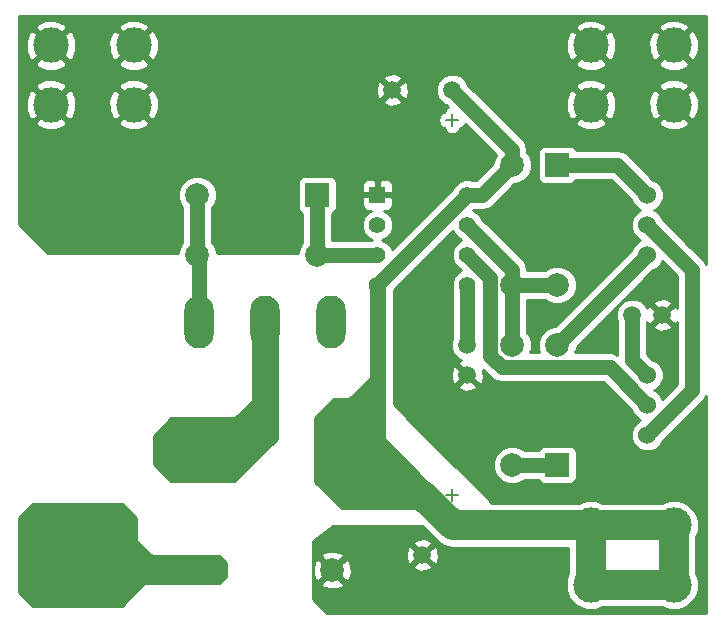
<source format=gbr>
G04 #@! TF.FileFunction,Copper,L1,Top,Signal*
%FSLAX46Y46*%
G04 Gerber Fmt 4.6, Leading zero omitted, Abs format (unit mm)*
G04 Created by KiCad (PCBNEW 0.201502181246+5430~21~ubuntu14.04.1-product) date Sat 28 Feb 2015 09:09:28 PM PST*
%MOMM*%
G01*
G04 APERTURE LIST*
%ADD10C,0.100000*%
%ADD11C,0.150000*%
%ADD12C,1.501140*%
%ADD13C,1.998980*%
%ADD14R,1.998980X1.998980*%
%ADD15R,2.900680X5.400040*%
%ADD16R,1.397000X1.397000*%
%ADD17C,1.397000*%
%ADD18C,3.000000*%
%ADD19C,1.524000*%
%ADD20O,2.499360X4.500880*%
%ADD21C,1.270000*%
%ADD22C,2.540000*%
%ADD23C,0.254000*%
G04 APERTURE END LIST*
D10*
D11*
X118618000Y-62230000D02*
X117602000Y-62230000D01*
X118110000Y-62738000D02*
X118110000Y-61722000D01*
X118110000Y-93472000D02*
X118110000Y-94488000D01*
X118618000Y-93980000D02*
X117602000Y-93980000D01*
D12*
X113030000Y-59690000D03*
X118110000Y-59690000D03*
X133350000Y-78740000D03*
X135890000Y-78740000D03*
X115570000Y-99060000D03*
X115570000Y-93980000D03*
X119380000Y-81280000D03*
X119380000Y-83820000D03*
D13*
X127000000Y-76200000D03*
D14*
X127000000Y-66040000D03*
D13*
X127000000Y-81280000D03*
D14*
X127000000Y-91440000D03*
D13*
X96520000Y-68580000D03*
D14*
X106680000Y-68580000D03*
D13*
X93980000Y-90170000D03*
D14*
X93980000Y-100330000D03*
D15*
X107871260Y-90170000D03*
X97868740Y-90170000D03*
D13*
X123190000Y-66040000D03*
X123190000Y-76200000D03*
X123190000Y-81280000D03*
X123190000Y-91440000D03*
X96520000Y-73660000D03*
X106680000Y-73660000D03*
D16*
X111760000Y-68580000D03*
D17*
X111760000Y-71120000D03*
X111760000Y-73660000D03*
X111760000Y-76200000D03*
X119380000Y-76200000D03*
X119380000Y-73660000D03*
X119380000Y-71120000D03*
X119380000Y-68580000D03*
D13*
X97790000Y-100330000D03*
X107950000Y-100330000D03*
D18*
X136855000Y-96560000D03*
X136855000Y-101560000D03*
X129845000Y-101560000D03*
X129845000Y-96560000D03*
X136855000Y-55920000D03*
X136855000Y-60920000D03*
X129845000Y-60920000D03*
X129845000Y-55920000D03*
X89865000Y-96560000D03*
X89865000Y-101560000D03*
X82855000Y-101560000D03*
X82855000Y-96560000D03*
X91135000Y-55920000D03*
X91135000Y-60920000D03*
X84125000Y-60920000D03*
X84125000Y-55920000D03*
D19*
X134620000Y-73660000D03*
X134620000Y-71120000D03*
X134620000Y-68580000D03*
X134620000Y-88900000D03*
X134620000Y-86360000D03*
X134620000Y-83820000D03*
D20*
X102235000Y-79375000D03*
X96647000Y-79375000D03*
X107823000Y-79375000D03*
D21*
X123190000Y-66040000D02*
X123190000Y-64770000D01*
X123190000Y-64770000D02*
X118110000Y-59690000D01*
D22*
X118150000Y-96560000D02*
X129845000Y-96560000D01*
X115570000Y-93980000D02*
X118150000Y-96560000D01*
X129845000Y-96560000D02*
X136855000Y-96560000D01*
X136855000Y-101560000D02*
X136855000Y-96560000D01*
X129845000Y-101560000D02*
X136855000Y-101560000D01*
X129845000Y-101560000D02*
X129845000Y-96560000D01*
D21*
X120650000Y-68580000D02*
X123190000Y-66040000D01*
X119380000Y-68580000D02*
X120650000Y-68580000D01*
X111760000Y-76200000D02*
X119380000Y-68580000D01*
X133350000Y-78740000D02*
X133350000Y-82550000D01*
X133350000Y-82550000D02*
X134620000Y-83820000D01*
X119380000Y-81280000D02*
X119380000Y-76200000D01*
X119380000Y-71120000D02*
X123190000Y-74930000D01*
X123190000Y-74930000D02*
X123190000Y-76200000D01*
X123190000Y-76200000D02*
X127000000Y-76200000D01*
X123190000Y-81280000D02*
X123190000Y-76200000D01*
X127000000Y-66040000D02*
X132080000Y-66040000D01*
X132080000Y-66040000D02*
X134620000Y-68580000D01*
X127000000Y-81280000D02*
X134620000Y-73660000D01*
X127000000Y-91440000D02*
X123190000Y-91440000D01*
X106680000Y-68580000D02*
X106680000Y-73660000D01*
X106680000Y-73660000D02*
X111760000Y-73660000D01*
X134620000Y-71120000D02*
X138430000Y-74930000D01*
X138430000Y-74930000D02*
X138430000Y-85090000D01*
X138430000Y-85090000D02*
X134620000Y-88900000D01*
X134620000Y-86360000D02*
X131428491Y-83168491D01*
X131428491Y-83168491D02*
X122283523Y-83168491D01*
X121301509Y-75581509D02*
X119380000Y-73660000D01*
X122283523Y-83168491D02*
X121301509Y-82186477D01*
X121301509Y-82186477D02*
X121301509Y-75581509D01*
X96647000Y-73787000D02*
X96520000Y-73660000D01*
X96647000Y-79375000D02*
X96647000Y-73787000D01*
X96520000Y-68580000D02*
X96520000Y-73660000D01*
D23*
G36*
X137160000Y-84563948D02*
X136682325Y-85041622D01*
X136682325Y-79711930D01*
X135890000Y-78919605D01*
X135097675Y-79711930D01*
X135165735Y-79952931D01*
X135685034Y-80137767D01*
X136235538Y-80109805D01*
X136614265Y-79952931D01*
X136682325Y-79711930D01*
X136682325Y-85041622D01*
X135907121Y-85816826D01*
X135805010Y-85569697D01*
X135412370Y-85176371D01*
X135204487Y-85090050D01*
X135410303Y-85005010D01*
X135803629Y-84612370D01*
X136016757Y-84099100D01*
X136017242Y-83543339D01*
X135805010Y-83029697D01*
X135412370Y-82636371D01*
X135104643Y-82508591D01*
X134620000Y-82023948D01*
X134620000Y-79326488D01*
X134677069Y-79464265D01*
X134918070Y-79532325D01*
X135710395Y-78740000D01*
X134918070Y-77947675D01*
X134677069Y-78015735D01*
X134618231Y-78181040D01*
X134525314Y-77956163D01*
X134135887Y-77566056D01*
X133626816Y-77354671D01*
X133075602Y-77354190D01*
X132566163Y-77564686D01*
X132176056Y-77954113D01*
X131964671Y-78463184D01*
X131964190Y-79014398D01*
X132080000Y-79294679D01*
X132080000Y-82105747D01*
X131914499Y-81995164D01*
X131428491Y-81898490D01*
X131428485Y-81898491D01*
X128512980Y-81898491D01*
X128634206Y-81606547D01*
X128634349Y-81441701D01*
X135104817Y-74971233D01*
X135410303Y-74845010D01*
X135803629Y-74452370D01*
X135907109Y-74203160D01*
X137160000Y-75456051D01*
X137160000Y-78153511D01*
X137102931Y-78015735D01*
X136861930Y-77947675D01*
X136682325Y-78127280D01*
X136682325Y-77768070D01*
X136614265Y-77527069D01*
X136094966Y-77342233D01*
X135544462Y-77370195D01*
X135165735Y-77527069D01*
X135097675Y-77768070D01*
X135890000Y-78560395D01*
X136682325Y-77768070D01*
X136682325Y-78127280D01*
X136069605Y-78740000D01*
X136861930Y-79532325D01*
X137102931Y-79464265D01*
X137160000Y-79303928D01*
X137160000Y-84563948D01*
X137160000Y-84563948D01*
G37*
X137160000Y-84563948D02*
X136682325Y-85041622D01*
X136682325Y-79711930D01*
X135890000Y-78919605D01*
X135097675Y-79711930D01*
X135165735Y-79952931D01*
X135685034Y-80137767D01*
X136235538Y-80109805D01*
X136614265Y-79952931D01*
X136682325Y-79711930D01*
X136682325Y-85041622D01*
X135907121Y-85816826D01*
X135805010Y-85569697D01*
X135412370Y-85176371D01*
X135204487Y-85090050D01*
X135410303Y-85005010D01*
X135803629Y-84612370D01*
X136016757Y-84099100D01*
X136017242Y-83543339D01*
X135805010Y-83029697D01*
X135412370Y-82636371D01*
X135104643Y-82508591D01*
X134620000Y-82023948D01*
X134620000Y-79326488D01*
X134677069Y-79464265D01*
X134918070Y-79532325D01*
X135710395Y-78740000D01*
X134918070Y-77947675D01*
X134677069Y-78015735D01*
X134618231Y-78181040D01*
X134525314Y-77956163D01*
X134135887Y-77566056D01*
X133626816Y-77354671D01*
X133075602Y-77354190D01*
X132566163Y-77564686D01*
X132176056Y-77954113D01*
X131964671Y-78463184D01*
X131964190Y-79014398D01*
X132080000Y-79294679D01*
X132080000Y-82105747D01*
X131914499Y-81995164D01*
X131428491Y-81898490D01*
X131428485Y-81898491D01*
X128512980Y-81898491D01*
X128634206Y-81606547D01*
X128634349Y-81441701D01*
X135104817Y-74971233D01*
X135410303Y-74845010D01*
X135803629Y-74452370D01*
X135907109Y-74203160D01*
X137160000Y-75456051D01*
X137160000Y-78153511D01*
X137102931Y-78015735D01*
X136861930Y-77947675D01*
X136682325Y-78127280D01*
X136682325Y-77768070D01*
X136614265Y-77527069D01*
X136094966Y-77342233D01*
X135544462Y-77370195D01*
X135165735Y-77527069D01*
X135097675Y-77768070D01*
X135890000Y-78560395D01*
X136682325Y-77768070D01*
X136682325Y-78127280D01*
X136069605Y-78740000D01*
X136861930Y-79532325D01*
X137102931Y-79464265D01*
X137160000Y-79303928D01*
X137160000Y-84563948D01*
G36*
X139573000Y-74398604D02*
X139328026Y-74031975D01*
X139328026Y-74031974D01*
X139328022Y-74031971D01*
X138997723Y-73701671D01*
X138997723Y-61303813D01*
X138997723Y-56303813D01*
X138981497Y-55454613D01*
X138687739Y-54745418D01*
X138368970Y-54585635D01*
X138189365Y-54765240D01*
X138189365Y-54406030D01*
X138029582Y-54087261D01*
X137238813Y-53777277D01*
X136389613Y-53793503D01*
X135680418Y-54087261D01*
X135520635Y-54406030D01*
X136855000Y-55740395D01*
X138189365Y-54406030D01*
X138189365Y-54765240D01*
X137034605Y-55920000D01*
X138368970Y-57254365D01*
X138687739Y-57094582D01*
X138997723Y-56303813D01*
X138997723Y-61303813D01*
X138981497Y-60454613D01*
X138687739Y-59745418D01*
X138368970Y-59585635D01*
X138189365Y-59765240D01*
X138189365Y-59406030D01*
X138189365Y-57433970D01*
X136855000Y-56099605D01*
X136675395Y-56279210D01*
X136675395Y-55920000D01*
X135341030Y-54585635D01*
X135022261Y-54745418D01*
X134712277Y-55536187D01*
X134728503Y-56385387D01*
X135022261Y-57094582D01*
X135341030Y-57254365D01*
X136675395Y-55920000D01*
X136675395Y-56279210D01*
X135520635Y-57433970D01*
X135680418Y-57752739D01*
X136471187Y-58062723D01*
X137320387Y-58046497D01*
X138029582Y-57752739D01*
X138189365Y-57433970D01*
X138189365Y-59406030D01*
X138029582Y-59087261D01*
X137238813Y-58777277D01*
X136389613Y-58793503D01*
X135680418Y-59087261D01*
X135520635Y-59406030D01*
X136855000Y-60740395D01*
X138189365Y-59406030D01*
X138189365Y-59765240D01*
X137034605Y-60920000D01*
X138368970Y-62254365D01*
X138687739Y-62094582D01*
X138997723Y-61303813D01*
X138997723Y-73701671D01*
X138189365Y-72893313D01*
X138189365Y-62433970D01*
X136855000Y-61099605D01*
X136675395Y-61279210D01*
X136675395Y-60920000D01*
X135341030Y-59585635D01*
X135022261Y-59745418D01*
X134712277Y-60536187D01*
X134728503Y-61385387D01*
X135022261Y-62094582D01*
X135341030Y-62254365D01*
X136675395Y-60920000D01*
X136675395Y-61279210D01*
X135520635Y-62433970D01*
X135680418Y-62752739D01*
X136471187Y-63062723D01*
X137320387Y-63046497D01*
X138029582Y-62752739D01*
X138189365Y-62433970D01*
X138189365Y-72893313D01*
X135931233Y-70635181D01*
X135805010Y-70329697D01*
X135412370Y-69936371D01*
X135204487Y-69850050D01*
X135410303Y-69765010D01*
X135803629Y-69372370D01*
X136016757Y-68859100D01*
X136017242Y-68303339D01*
X135805010Y-67789697D01*
X135412370Y-67396371D01*
X135104642Y-67268591D01*
X132978026Y-65141974D01*
X132566008Y-64866673D01*
X132080000Y-64769999D01*
X132079994Y-64770000D01*
X131987723Y-64770000D01*
X131987723Y-61303813D01*
X131987723Y-56303813D01*
X131971497Y-55454613D01*
X131677739Y-54745418D01*
X131358970Y-54585635D01*
X131179365Y-54765240D01*
X131179365Y-54406030D01*
X131019582Y-54087261D01*
X130228813Y-53777277D01*
X129379613Y-53793503D01*
X128670418Y-54087261D01*
X128510635Y-54406030D01*
X129845000Y-55740395D01*
X131179365Y-54406030D01*
X131179365Y-54765240D01*
X130024605Y-55920000D01*
X131358970Y-57254365D01*
X131677739Y-57094582D01*
X131987723Y-56303813D01*
X131987723Y-61303813D01*
X131971497Y-60454613D01*
X131677739Y-59745418D01*
X131358970Y-59585635D01*
X131179365Y-59765240D01*
X131179365Y-59406030D01*
X131179365Y-57433970D01*
X129845000Y-56099605D01*
X129665395Y-56279210D01*
X129665395Y-55920000D01*
X128331030Y-54585635D01*
X128012261Y-54745418D01*
X127702277Y-55536187D01*
X127718503Y-56385387D01*
X128012261Y-57094582D01*
X128331030Y-57254365D01*
X129665395Y-55920000D01*
X129665395Y-56279210D01*
X128510635Y-57433970D01*
X128670418Y-57752739D01*
X129461187Y-58062723D01*
X130310387Y-58046497D01*
X131019582Y-57752739D01*
X131179365Y-57433970D01*
X131179365Y-59406030D01*
X131019582Y-59087261D01*
X130228813Y-58777277D01*
X129379613Y-58793503D01*
X128670418Y-59087261D01*
X128510635Y-59406030D01*
X129845000Y-60740395D01*
X131179365Y-59406030D01*
X131179365Y-59765240D01*
X130024605Y-60920000D01*
X131358970Y-62254365D01*
X131677739Y-62094582D01*
X131987723Y-61303813D01*
X131987723Y-64770000D01*
X131179365Y-64770000D01*
X131179365Y-62433970D01*
X129845000Y-61099605D01*
X129665395Y-61279210D01*
X129665395Y-60920000D01*
X128331030Y-59585635D01*
X128012261Y-59745418D01*
X127702277Y-60536187D01*
X127718503Y-61385387D01*
X128012261Y-62094582D01*
X128331030Y-62254365D01*
X129665395Y-60920000D01*
X129665395Y-61279210D01*
X128510635Y-62433970D01*
X128670418Y-62752739D01*
X129461187Y-63062723D01*
X130310387Y-63046497D01*
X131019582Y-62752739D01*
X131179365Y-62433970D01*
X131179365Y-64770000D01*
X128581305Y-64770000D01*
X128460163Y-64585583D01*
X128249130Y-64443133D01*
X127999490Y-64393070D01*
X126000510Y-64393070D01*
X125758387Y-64440047D01*
X125545583Y-64579837D01*
X125403133Y-64790870D01*
X125353070Y-65040510D01*
X125353070Y-67039490D01*
X125400047Y-67281613D01*
X125539837Y-67494417D01*
X125750870Y-67636867D01*
X126000510Y-67686930D01*
X127999490Y-67686930D01*
X128241613Y-67639953D01*
X128454417Y-67500163D01*
X128582779Y-67310000D01*
X131553948Y-67310000D01*
X133308766Y-69064817D01*
X133434990Y-69370303D01*
X133827630Y-69763629D01*
X134035512Y-69849949D01*
X133829697Y-69934990D01*
X133436371Y-70327630D01*
X133223243Y-70840900D01*
X133222758Y-71396661D01*
X133434990Y-71910303D01*
X133827630Y-72303629D01*
X134035512Y-72389949D01*
X133829697Y-72474990D01*
X133436371Y-72867630D01*
X133308591Y-73175357D01*
X126838580Y-79645367D01*
X126676306Y-79645226D01*
X126075345Y-79893538D01*
X125615154Y-80352927D01*
X125365794Y-80953453D01*
X125365226Y-81603694D01*
X125487033Y-81898491D01*
X124702980Y-81898491D01*
X124824206Y-81606547D01*
X124824774Y-80956306D01*
X124576462Y-80355345D01*
X124460000Y-80238679D01*
X124460000Y-77470000D01*
X125958281Y-77470000D01*
X126072927Y-77584846D01*
X126673453Y-77834206D01*
X127323694Y-77834774D01*
X127924655Y-77586462D01*
X128384846Y-77127073D01*
X128634206Y-76526547D01*
X128634774Y-75876306D01*
X128386462Y-75275345D01*
X127927073Y-74815154D01*
X127326547Y-74565794D01*
X126676306Y-74565226D01*
X126075345Y-74813538D01*
X125958679Y-74930000D01*
X124460001Y-74930000D01*
X124363327Y-74443992D01*
X124088026Y-74031975D01*
X124088026Y-74031974D01*
X124088022Y-74031971D01*
X120574147Y-70518095D01*
X120511146Y-70365620D01*
X120136353Y-69990173D01*
X119874577Y-69881474D01*
X119906051Y-69850000D01*
X120649994Y-69850000D01*
X120650000Y-69850001D01*
X120650000Y-69850000D01*
X121136008Y-69753327D01*
X121548026Y-69478026D01*
X123351419Y-67674632D01*
X123513694Y-67674774D01*
X124114655Y-67426462D01*
X124574846Y-66967073D01*
X124824206Y-66366547D01*
X124824774Y-65716306D01*
X124576462Y-65115345D01*
X124460000Y-64998679D01*
X124460000Y-64770005D01*
X124460000Y-64770000D01*
X124460001Y-64770000D01*
X124363327Y-64283992D01*
X124088026Y-63871974D01*
X119400157Y-59184105D01*
X119285314Y-58906163D01*
X118895887Y-58516056D01*
X118386816Y-58304671D01*
X117835602Y-58304190D01*
X117326163Y-58514686D01*
X116936056Y-58904113D01*
X116724671Y-59413184D01*
X116724190Y-59964398D01*
X116934686Y-60473837D01*
X117324113Y-60863944D01*
X117604190Y-60980242D01*
X117749394Y-61125446D01*
X117607954Y-61219954D01*
X117454046Y-61450295D01*
X117433514Y-61553514D01*
X117330295Y-61574046D01*
X117099954Y-61727954D01*
X116946046Y-61958295D01*
X116892000Y-62230000D01*
X116946046Y-62501705D01*
X117099954Y-62732046D01*
X117330295Y-62885954D01*
X117433514Y-62906485D01*
X117454046Y-63009705D01*
X117607954Y-63240046D01*
X117838295Y-63393954D01*
X118110000Y-63448000D01*
X118381705Y-63393954D01*
X118612046Y-63240046D01*
X118765954Y-63009705D01*
X118786485Y-62906485D01*
X118889705Y-62885954D01*
X119120046Y-62732046D01*
X119214553Y-62590605D01*
X121785120Y-65161172D01*
X121555794Y-65713453D01*
X121555650Y-65878298D01*
X120123948Y-67310000D01*
X119798779Y-67310000D01*
X119646413Y-67246732D01*
X119115914Y-67246269D01*
X118625620Y-67448854D01*
X118250173Y-67823647D01*
X118186173Y-67977775D01*
X114427767Y-71736180D01*
X114427767Y-59894966D01*
X114399805Y-59344462D01*
X114242931Y-58965735D01*
X114001930Y-58897675D01*
X113822325Y-59077280D01*
X113822325Y-58718070D01*
X113754265Y-58477069D01*
X113234966Y-58292233D01*
X112684462Y-58320195D01*
X112305735Y-58477069D01*
X112237675Y-58718070D01*
X113030000Y-59510395D01*
X113822325Y-58718070D01*
X113822325Y-59077280D01*
X113209605Y-59690000D01*
X114001930Y-60482325D01*
X114242931Y-60414265D01*
X114427767Y-59894966D01*
X114427767Y-71736180D01*
X113822325Y-72341622D01*
X113822325Y-60661930D01*
X113030000Y-59869605D01*
X112850395Y-60049210D01*
X112850395Y-59690000D01*
X112058070Y-58897675D01*
X111817069Y-58965735D01*
X111632233Y-59485034D01*
X111660195Y-60035538D01*
X111817069Y-60414265D01*
X112058070Y-60482325D01*
X112850395Y-59690000D01*
X112850395Y-60049210D01*
X112237675Y-60661930D01*
X112305735Y-60902931D01*
X112825034Y-61087767D01*
X113375538Y-61059805D01*
X113754265Y-60902931D01*
X113822325Y-60661930D01*
X113822325Y-72341622D01*
X112998503Y-73165444D01*
X112891146Y-72905620D01*
X112516353Y-72530173D01*
X112178553Y-72389906D01*
X112514380Y-72251146D01*
X112889827Y-71876353D01*
X113093268Y-71386413D01*
X113093731Y-70855914D01*
X112891146Y-70365620D01*
X112516353Y-69990173D01*
X112331704Y-69913500D01*
X112332191Y-69913500D01*
X112584810Y-69913500D01*
X112818199Y-69816827D01*
X112996827Y-69638198D01*
X113093500Y-69404809D01*
X113093500Y-68865750D01*
X113093500Y-68294250D01*
X113093500Y-67755191D01*
X112996827Y-67521802D01*
X112818199Y-67343173D01*
X112584810Y-67246500D01*
X112332191Y-67246500D01*
X112045750Y-67246500D01*
X111887000Y-67405250D01*
X111887000Y-68453000D01*
X112934750Y-68453000D01*
X113093500Y-68294250D01*
X113093500Y-68865750D01*
X112934750Y-68707000D01*
X111887000Y-68707000D01*
X111887000Y-68727000D01*
X111633000Y-68727000D01*
X111633000Y-68707000D01*
X111633000Y-68453000D01*
X111633000Y-67405250D01*
X111474250Y-67246500D01*
X111187809Y-67246500D01*
X110935190Y-67246500D01*
X110701801Y-67343173D01*
X110523173Y-67521802D01*
X110426500Y-67755191D01*
X110426500Y-68294250D01*
X110585250Y-68453000D01*
X111633000Y-68453000D01*
X111633000Y-68707000D01*
X110585250Y-68707000D01*
X110426500Y-68865750D01*
X110426500Y-69404809D01*
X110523173Y-69638198D01*
X110701801Y-69816827D01*
X110935190Y-69913500D01*
X111187809Y-69913500D01*
X111187990Y-69913500D01*
X111005620Y-69988854D01*
X110630173Y-70363647D01*
X110426732Y-70853587D01*
X110426269Y-71384086D01*
X110628854Y-71874380D01*
X111003647Y-72249827D01*
X111341220Y-72390000D01*
X107950000Y-72390000D01*
X107950000Y-70161305D01*
X108134417Y-70040163D01*
X108276867Y-69829130D01*
X108326930Y-69579490D01*
X108326930Y-67580510D01*
X108279953Y-67338387D01*
X108140163Y-67125583D01*
X107929130Y-66983133D01*
X107679490Y-66933070D01*
X105680510Y-66933070D01*
X105438387Y-66980047D01*
X105225583Y-67119837D01*
X105083133Y-67330870D01*
X105033070Y-67580510D01*
X105033070Y-69579490D01*
X105080047Y-69821613D01*
X105219837Y-70034417D01*
X105410000Y-70162779D01*
X105410000Y-72618281D01*
X105295154Y-72732927D01*
X105045794Y-73333453D01*
X105045619Y-73533000D01*
X102870000Y-73533000D01*
X98154602Y-73533000D01*
X98154774Y-73336306D01*
X97906462Y-72735345D01*
X97790000Y-72618679D01*
X97790000Y-69621718D01*
X97904846Y-69507073D01*
X98154206Y-68906547D01*
X98154774Y-68256306D01*
X97906462Y-67655345D01*
X97447073Y-67195154D01*
X96846547Y-66945794D01*
X96196306Y-66945226D01*
X95595345Y-67193538D01*
X95135154Y-67652927D01*
X94885794Y-68253453D01*
X94885226Y-68903694D01*
X95133538Y-69504655D01*
X95250000Y-69621320D01*
X95250000Y-72618281D01*
X95135154Y-72732927D01*
X94885794Y-73333453D01*
X94885619Y-73533000D01*
X93277723Y-73533000D01*
X93277723Y-61303813D01*
X93277723Y-56303813D01*
X93261497Y-55454613D01*
X92967739Y-54745418D01*
X92648970Y-54585635D01*
X92469365Y-54765240D01*
X92469365Y-54406030D01*
X92309582Y-54087261D01*
X91518813Y-53777277D01*
X90669613Y-53793503D01*
X89960418Y-54087261D01*
X89800635Y-54406030D01*
X91135000Y-55740395D01*
X92469365Y-54406030D01*
X92469365Y-54765240D01*
X91314605Y-55920000D01*
X92648970Y-57254365D01*
X92967739Y-57094582D01*
X93277723Y-56303813D01*
X93277723Y-61303813D01*
X93261497Y-60454613D01*
X92967739Y-59745418D01*
X92648970Y-59585635D01*
X92469365Y-59765240D01*
X92469365Y-59406030D01*
X92469365Y-57433970D01*
X91135000Y-56099605D01*
X90955395Y-56279210D01*
X90955395Y-55920000D01*
X89621030Y-54585635D01*
X89302261Y-54745418D01*
X88992277Y-55536187D01*
X89008503Y-56385387D01*
X89302261Y-57094582D01*
X89621030Y-57254365D01*
X90955395Y-55920000D01*
X90955395Y-56279210D01*
X89800635Y-57433970D01*
X89960418Y-57752739D01*
X90751187Y-58062723D01*
X91600387Y-58046497D01*
X92309582Y-57752739D01*
X92469365Y-57433970D01*
X92469365Y-59406030D01*
X92309582Y-59087261D01*
X91518813Y-58777277D01*
X90669613Y-58793503D01*
X89960418Y-59087261D01*
X89800635Y-59406030D01*
X91135000Y-60740395D01*
X92469365Y-59406030D01*
X92469365Y-59765240D01*
X91314605Y-60920000D01*
X92648970Y-62254365D01*
X92967739Y-62094582D01*
X93277723Y-61303813D01*
X93277723Y-73533000D01*
X92469365Y-73533000D01*
X92469365Y-62433970D01*
X91135000Y-61099605D01*
X90955395Y-61279210D01*
X90955395Y-60920000D01*
X89621030Y-59585635D01*
X89302261Y-59745418D01*
X88992277Y-60536187D01*
X89008503Y-61385387D01*
X89302261Y-62094582D01*
X89621030Y-62254365D01*
X90955395Y-60920000D01*
X90955395Y-61279210D01*
X89800635Y-62433970D01*
X89960418Y-62752739D01*
X90751187Y-63062723D01*
X91600387Y-63046497D01*
X92309582Y-62752739D01*
X92469365Y-62433970D01*
X92469365Y-73533000D01*
X86267723Y-73533000D01*
X86267723Y-61303813D01*
X86267723Y-56303813D01*
X86251497Y-55454613D01*
X85957739Y-54745418D01*
X85638970Y-54585635D01*
X85459365Y-54765240D01*
X85459365Y-54406030D01*
X85299582Y-54087261D01*
X84508813Y-53777277D01*
X83659613Y-53793503D01*
X82950418Y-54087261D01*
X82790635Y-54406030D01*
X84125000Y-55740395D01*
X85459365Y-54406030D01*
X85459365Y-54765240D01*
X84304605Y-55920000D01*
X85638970Y-57254365D01*
X85957739Y-57094582D01*
X86267723Y-56303813D01*
X86267723Y-61303813D01*
X86251497Y-60454613D01*
X85957739Y-59745418D01*
X85638970Y-59585635D01*
X85459365Y-59765240D01*
X85459365Y-59406030D01*
X85459365Y-57433970D01*
X84125000Y-56099605D01*
X83945395Y-56279210D01*
X83945395Y-55920000D01*
X82611030Y-54585635D01*
X82292261Y-54745418D01*
X81982277Y-55536187D01*
X81998503Y-56385387D01*
X82292261Y-57094582D01*
X82611030Y-57254365D01*
X83945395Y-55920000D01*
X83945395Y-56279210D01*
X82790635Y-57433970D01*
X82950418Y-57752739D01*
X83741187Y-58062723D01*
X84590387Y-58046497D01*
X85299582Y-57752739D01*
X85459365Y-57433970D01*
X85459365Y-59406030D01*
X85299582Y-59087261D01*
X84508813Y-58777277D01*
X83659613Y-58793503D01*
X82950418Y-59087261D01*
X82790635Y-59406030D01*
X84125000Y-60740395D01*
X85459365Y-59406030D01*
X85459365Y-59765240D01*
X84304605Y-60920000D01*
X85638970Y-62254365D01*
X85957739Y-62094582D01*
X86267723Y-61303813D01*
X86267723Y-73533000D01*
X85459365Y-73533000D01*
X85459365Y-62433970D01*
X84125000Y-61099605D01*
X83945395Y-61279210D01*
X83945395Y-60920000D01*
X82611030Y-59585635D01*
X82292261Y-59745418D01*
X81982277Y-60536187D01*
X81998503Y-61385387D01*
X82292261Y-62094582D01*
X82611030Y-62254365D01*
X83945395Y-60920000D01*
X83945395Y-61279210D01*
X82790635Y-62433970D01*
X82950418Y-62752739D01*
X83741187Y-63062723D01*
X84590387Y-63046497D01*
X85299582Y-62752739D01*
X85459365Y-62433970D01*
X85459365Y-73533000D01*
X83872605Y-73533000D01*
X81407000Y-71067395D01*
X81407000Y-53467000D01*
X139573000Y-53467000D01*
X139573000Y-74398604D01*
X139573000Y-74398604D01*
G37*
X139573000Y-74398604D02*
X139328026Y-74031975D01*
X139328026Y-74031974D01*
X139328022Y-74031971D01*
X138997723Y-73701671D01*
X138997723Y-61303813D01*
X138997723Y-56303813D01*
X138981497Y-55454613D01*
X138687739Y-54745418D01*
X138368970Y-54585635D01*
X138189365Y-54765240D01*
X138189365Y-54406030D01*
X138029582Y-54087261D01*
X137238813Y-53777277D01*
X136389613Y-53793503D01*
X135680418Y-54087261D01*
X135520635Y-54406030D01*
X136855000Y-55740395D01*
X138189365Y-54406030D01*
X138189365Y-54765240D01*
X137034605Y-55920000D01*
X138368970Y-57254365D01*
X138687739Y-57094582D01*
X138997723Y-56303813D01*
X138997723Y-61303813D01*
X138981497Y-60454613D01*
X138687739Y-59745418D01*
X138368970Y-59585635D01*
X138189365Y-59765240D01*
X138189365Y-59406030D01*
X138189365Y-57433970D01*
X136855000Y-56099605D01*
X136675395Y-56279210D01*
X136675395Y-55920000D01*
X135341030Y-54585635D01*
X135022261Y-54745418D01*
X134712277Y-55536187D01*
X134728503Y-56385387D01*
X135022261Y-57094582D01*
X135341030Y-57254365D01*
X136675395Y-55920000D01*
X136675395Y-56279210D01*
X135520635Y-57433970D01*
X135680418Y-57752739D01*
X136471187Y-58062723D01*
X137320387Y-58046497D01*
X138029582Y-57752739D01*
X138189365Y-57433970D01*
X138189365Y-59406030D01*
X138029582Y-59087261D01*
X137238813Y-58777277D01*
X136389613Y-58793503D01*
X135680418Y-59087261D01*
X135520635Y-59406030D01*
X136855000Y-60740395D01*
X138189365Y-59406030D01*
X138189365Y-59765240D01*
X137034605Y-60920000D01*
X138368970Y-62254365D01*
X138687739Y-62094582D01*
X138997723Y-61303813D01*
X138997723Y-73701671D01*
X138189365Y-72893313D01*
X138189365Y-62433970D01*
X136855000Y-61099605D01*
X136675395Y-61279210D01*
X136675395Y-60920000D01*
X135341030Y-59585635D01*
X135022261Y-59745418D01*
X134712277Y-60536187D01*
X134728503Y-61385387D01*
X135022261Y-62094582D01*
X135341030Y-62254365D01*
X136675395Y-60920000D01*
X136675395Y-61279210D01*
X135520635Y-62433970D01*
X135680418Y-62752739D01*
X136471187Y-63062723D01*
X137320387Y-63046497D01*
X138029582Y-62752739D01*
X138189365Y-62433970D01*
X138189365Y-72893313D01*
X135931233Y-70635181D01*
X135805010Y-70329697D01*
X135412370Y-69936371D01*
X135204487Y-69850050D01*
X135410303Y-69765010D01*
X135803629Y-69372370D01*
X136016757Y-68859100D01*
X136017242Y-68303339D01*
X135805010Y-67789697D01*
X135412370Y-67396371D01*
X135104642Y-67268591D01*
X132978026Y-65141974D01*
X132566008Y-64866673D01*
X132080000Y-64769999D01*
X132079994Y-64770000D01*
X131987723Y-64770000D01*
X131987723Y-61303813D01*
X131987723Y-56303813D01*
X131971497Y-55454613D01*
X131677739Y-54745418D01*
X131358970Y-54585635D01*
X131179365Y-54765240D01*
X131179365Y-54406030D01*
X131019582Y-54087261D01*
X130228813Y-53777277D01*
X129379613Y-53793503D01*
X128670418Y-54087261D01*
X128510635Y-54406030D01*
X129845000Y-55740395D01*
X131179365Y-54406030D01*
X131179365Y-54765240D01*
X130024605Y-55920000D01*
X131358970Y-57254365D01*
X131677739Y-57094582D01*
X131987723Y-56303813D01*
X131987723Y-61303813D01*
X131971497Y-60454613D01*
X131677739Y-59745418D01*
X131358970Y-59585635D01*
X131179365Y-59765240D01*
X131179365Y-59406030D01*
X131179365Y-57433970D01*
X129845000Y-56099605D01*
X129665395Y-56279210D01*
X129665395Y-55920000D01*
X128331030Y-54585635D01*
X128012261Y-54745418D01*
X127702277Y-55536187D01*
X127718503Y-56385387D01*
X128012261Y-57094582D01*
X128331030Y-57254365D01*
X129665395Y-55920000D01*
X129665395Y-56279210D01*
X128510635Y-57433970D01*
X128670418Y-57752739D01*
X129461187Y-58062723D01*
X130310387Y-58046497D01*
X131019582Y-57752739D01*
X131179365Y-57433970D01*
X131179365Y-59406030D01*
X131019582Y-59087261D01*
X130228813Y-58777277D01*
X129379613Y-58793503D01*
X128670418Y-59087261D01*
X128510635Y-59406030D01*
X129845000Y-60740395D01*
X131179365Y-59406030D01*
X131179365Y-59765240D01*
X130024605Y-60920000D01*
X131358970Y-62254365D01*
X131677739Y-62094582D01*
X131987723Y-61303813D01*
X131987723Y-64770000D01*
X131179365Y-64770000D01*
X131179365Y-62433970D01*
X129845000Y-61099605D01*
X129665395Y-61279210D01*
X129665395Y-60920000D01*
X128331030Y-59585635D01*
X128012261Y-59745418D01*
X127702277Y-60536187D01*
X127718503Y-61385387D01*
X128012261Y-62094582D01*
X128331030Y-62254365D01*
X129665395Y-60920000D01*
X129665395Y-61279210D01*
X128510635Y-62433970D01*
X128670418Y-62752739D01*
X129461187Y-63062723D01*
X130310387Y-63046497D01*
X131019582Y-62752739D01*
X131179365Y-62433970D01*
X131179365Y-64770000D01*
X128581305Y-64770000D01*
X128460163Y-64585583D01*
X128249130Y-64443133D01*
X127999490Y-64393070D01*
X126000510Y-64393070D01*
X125758387Y-64440047D01*
X125545583Y-64579837D01*
X125403133Y-64790870D01*
X125353070Y-65040510D01*
X125353070Y-67039490D01*
X125400047Y-67281613D01*
X125539837Y-67494417D01*
X125750870Y-67636867D01*
X126000510Y-67686930D01*
X127999490Y-67686930D01*
X128241613Y-67639953D01*
X128454417Y-67500163D01*
X128582779Y-67310000D01*
X131553948Y-67310000D01*
X133308766Y-69064817D01*
X133434990Y-69370303D01*
X133827630Y-69763629D01*
X134035512Y-69849949D01*
X133829697Y-69934990D01*
X133436371Y-70327630D01*
X133223243Y-70840900D01*
X133222758Y-71396661D01*
X133434990Y-71910303D01*
X133827630Y-72303629D01*
X134035512Y-72389949D01*
X133829697Y-72474990D01*
X133436371Y-72867630D01*
X133308591Y-73175357D01*
X126838580Y-79645367D01*
X126676306Y-79645226D01*
X126075345Y-79893538D01*
X125615154Y-80352927D01*
X125365794Y-80953453D01*
X125365226Y-81603694D01*
X125487033Y-81898491D01*
X124702980Y-81898491D01*
X124824206Y-81606547D01*
X124824774Y-80956306D01*
X124576462Y-80355345D01*
X124460000Y-80238679D01*
X124460000Y-77470000D01*
X125958281Y-77470000D01*
X126072927Y-77584846D01*
X126673453Y-77834206D01*
X127323694Y-77834774D01*
X127924655Y-77586462D01*
X128384846Y-77127073D01*
X128634206Y-76526547D01*
X128634774Y-75876306D01*
X128386462Y-75275345D01*
X127927073Y-74815154D01*
X127326547Y-74565794D01*
X126676306Y-74565226D01*
X126075345Y-74813538D01*
X125958679Y-74930000D01*
X124460001Y-74930000D01*
X124363327Y-74443992D01*
X124088026Y-74031975D01*
X124088026Y-74031974D01*
X124088022Y-74031971D01*
X120574147Y-70518095D01*
X120511146Y-70365620D01*
X120136353Y-69990173D01*
X119874577Y-69881474D01*
X119906051Y-69850000D01*
X120649994Y-69850000D01*
X120650000Y-69850001D01*
X120650000Y-69850000D01*
X121136008Y-69753327D01*
X121548026Y-69478026D01*
X123351419Y-67674632D01*
X123513694Y-67674774D01*
X124114655Y-67426462D01*
X124574846Y-66967073D01*
X124824206Y-66366547D01*
X124824774Y-65716306D01*
X124576462Y-65115345D01*
X124460000Y-64998679D01*
X124460000Y-64770005D01*
X124460000Y-64770000D01*
X124460001Y-64770000D01*
X124363327Y-64283992D01*
X124088026Y-63871974D01*
X119400157Y-59184105D01*
X119285314Y-58906163D01*
X118895887Y-58516056D01*
X118386816Y-58304671D01*
X117835602Y-58304190D01*
X117326163Y-58514686D01*
X116936056Y-58904113D01*
X116724671Y-59413184D01*
X116724190Y-59964398D01*
X116934686Y-60473837D01*
X117324113Y-60863944D01*
X117604190Y-60980242D01*
X117749394Y-61125446D01*
X117607954Y-61219954D01*
X117454046Y-61450295D01*
X117433514Y-61553514D01*
X117330295Y-61574046D01*
X117099954Y-61727954D01*
X116946046Y-61958295D01*
X116892000Y-62230000D01*
X116946046Y-62501705D01*
X117099954Y-62732046D01*
X117330295Y-62885954D01*
X117433514Y-62906485D01*
X117454046Y-63009705D01*
X117607954Y-63240046D01*
X117838295Y-63393954D01*
X118110000Y-63448000D01*
X118381705Y-63393954D01*
X118612046Y-63240046D01*
X118765954Y-63009705D01*
X118786485Y-62906485D01*
X118889705Y-62885954D01*
X119120046Y-62732046D01*
X119214553Y-62590605D01*
X121785120Y-65161172D01*
X121555794Y-65713453D01*
X121555650Y-65878298D01*
X120123948Y-67310000D01*
X119798779Y-67310000D01*
X119646413Y-67246732D01*
X119115914Y-67246269D01*
X118625620Y-67448854D01*
X118250173Y-67823647D01*
X118186173Y-67977775D01*
X114427767Y-71736180D01*
X114427767Y-59894966D01*
X114399805Y-59344462D01*
X114242931Y-58965735D01*
X114001930Y-58897675D01*
X113822325Y-59077280D01*
X113822325Y-58718070D01*
X113754265Y-58477069D01*
X113234966Y-58292233D01*
X112684462Y-58320195D01*
X112305735Y-58477069D01*
X112237675Y-58718070D01*
X113030000Y-59510395D01*
X113822325Y-58718070D01*
X113822325Y-59077280D01*
X113209605Y-59690000D01*
X114001930Y-60482325D01*
X114242931Y-60414265D01*
X114427767Y-59894966D01*
X114427767Y-71736180D01*
X113822325Y-72341622D01*
X113822325Y-60661930D01*
X113030000Y-59869605D01*
X112850395Y-60049210D01*
X112850395Y-59690000D01*
X112058070Y-58897675D01*
X111817069Y-58965735D01*
X111632233Y-59485034D01*
X111660195Y-60035538D01*
X111817069Y-60414265D01*
X112058070Y-60482325D01*
X112850395Y-59690000D01*
X112850395Y-60049210D01*
X112237675Y-60661930D01*
X112305735Y-60902931D01*
X112825034Y-61087767D01*
X113375538Y-61059805D01*
X113754265Y-60902931D01*
X113822325Y-60661930D01*
X113822325Y-72341622D01*
X112998503Y-73165444D01*
X112891146Y-72905620D01*
X112516353Y-72530173D01*
X112178553Y-72389906D01*
X112514380Y-72251146D01*
X112889827Y-71876353D01*
X113093268Y-71386413D01*
X113093731Y-70855914D01*
X112891146Y-70365620D01*
X112516353Y-69990173D01*
X112331704Y-69913500D01*
X112332191Y-69913500D01*
X112584810Y-69913500D01*
X112818199Y-69816827D01*
X112996827Y-69638198D01*
X113093500Y-69404809D01*
X113093500Y-68865750D01*
X113093500Y-68294250D01*
X113093500Y-67755191D01*
X112996827Y-67521802D01*
X112818199Y-67343173D01*
X112584810Y-67246500D01*
X112332191Y-67246500D01*
X112045750Y-67246500D01*
X111887000Y-67405250D01*
X111887000Y-68453000D01*
X112934750Y-68453000D01*
X113093500Y-68294250D01*
X113093500Y-68865750D01*
X112934750Y-68707000D01*
X111887000Y-68707000D01*
X111887000Y-68727000D01*
X111633000Y-68727000D01*
X111633000Y-68707000D01*
X111633000Y-68453000D01*
X111633000Y-67405250D01*
X111474250Y-67246500D01*
X111187809Y-67246500D01*
X110935190Y-67246500D01*
X110701801Y-67343173D01*
X110523173Y-67521802D01*
X110426500Y-67755191D01*
X110426500Y-68294250D01*
X110585250Y-68453000D01*
X111633000Y-68453000D01*
X111633000Y-68707000D01*
X110585250Y-68707000D01*
X110426500Y-68865750D01*
X110426500Y-69404809D01*
X110523173Y-69638198D01*
X110701801Y-69816827D01*
X110935190Y-69913500D01*
X111187809Y-69913500D01*
X111187990Y-69913500D01*
X111005620Y-69988854D01*
X110630173Y-70363647D01*
X110426732Y-70853587D01*
X110426269Y-71384086D01*
X110628854Y-71874380D01*
X111003647Y-72249827D01*
X111341220Y-72390000D01*
X107950000Y-72390000D01*
X107950000Y-70161305D01*
X108134417Y-70040163D01*
X108276867Y-69829130D01*
X108326930Y-69579490D01*
X108326930Y-67580510D01*
X108279953Y-67338387D01*
X108140163Y-67125583D01*
X107929130Y-66983133D01*
X107679490Y-66933070D01*
X105680510Y-66933070D01*
X105438387Y-66980047D01*
X105225583Y-67119837D01*
X105083133Y-67330870D01*
X105033070Y-67580510D01*
X105033070Y-69579490D01*
X105080047Y-69821613D01*
X105219837Y-70034417D01*
X105410000Y-70162779D01*
X105410000Y-72618281D01*
X105295154Y-72732927D01*
X105045794Y-73333453D01*
X105045619Y-73533000D01*
X102870000Y-73533000D01*
X98154602Y-73533000D01*
X98154774Y-73336306D01*
X97906462Y-72735345D01*
X97790000Y-72618679D01*
X97790000Y-69621718D01*
X97904846Y-69507073D01*
X98154206Y-68906547D01*
X98154774Y-68256306D01*
X97906462Y-67655345D01*
X97447073Y-67195154D01*
X96846547Y-66945794D01*
X96196306Y-66945226D01*
X95595345Y-67193538D01*
X95135154Y-67652927D01*
X94885794Y-68253453D01*
X94885226Y-68903694D01*
X95133538Y-69504655D01*
X95250000Y-69621320D01*
X95250000Y-72618281D01*
X95135154Y-72732927D01*
X94885794Y-73333453D01*
X94885619Y-73533000D01*
X93277723Y-73533000D01*
X93277723Y-61303813D01*
X93277723Y-56303813D01*
X93261497Y-55454613D01*
X92967739Y-54745418D01*
X92648970Y-54585635D01*
X92469365Y-54765240D01*
X92469365Y-54406030D01*
X92309582Y-54087261D01*
X91518813Y-53777277D01*
X90669613Y-53793503D01*
X89960418Y-54087261D01*
X89800635Y-54406030D01*
X91135000Y-55740395D01*
X92469365Y-54406030D01*
X92469365Y-54765240D01*
X91314605Y-55920000D01*
X92648970Y-57254365D01*
X92967739Y-57094582D01*
X93277723Y-56303813D01*
X93277723Y-61303813D01*
X93261497Y-60454613D01*
X92967739Y-59745418D01*
X92648970Y-59585635D01*
X92469365Y-59765240D01*
X92469365Y-59406030D01*
X92469365Y-57433970D01*
X91135000Y-56099605D01*
X90955395Y-56279210D01*
X90955395Y-55920000D01*
X89621030Y-54585635D01*
X89302261Y-54745418D01*
X88992277Y-55536187D01*
X89008503Y-56385387D01*
X89302261Y-57094582D01*
X89621030Y-57254365D01*
X90955395Y-55920000D01*
X90955395Y-56279210D01*
X89800635Y-57433970D01*
X89960418Y-57752739D01*
X90751187Y-58062723D01*
X91600387Y-58046497D01*
X92309582Y-57752739D01*
X92469365Y-57433970D01*
X92469365Y-59406030D01*
X92309582Y-59087261D01*
X91518813Y-58777277D01*
X90669613Y-58793503D01*
X89960418Y-59087261D01*
X89800635Y-59406030D01*
X91135000Y-60740395D01*
X92469365Y-59406030D01*
X92469365Y-59765240D01*
X91314605Y-60920000D01*
X92648970Y-62254365D01*
X92967739Y-62094582D01*
X93277723Y-61303813D01*
X93277723Y-73533000D01*
X92469365Y-73533000D01*
X92469365Y-62433970D01*
X91135000Y-61099605D01*
X90955395Y-61279210D01*
X90955395Y-60920000D01*
X89621030Y-59585635D01*
X89302261Y-59745418D01*
X88992277Y-60536187D01*
X89008503Y-61385387D01*
X89302261Y-62094582D01*
X89621030Y-62254365D01*
X90955395Y-60920000D01*
X90955395Y-61279210D01*
X89800635Y-62433970D01*
X89960418Y-62752739D01*
X90751187Y-63062723D01*
X91600387Y-63046497D01*
X92309582Y-62752739D01*
X92469365Y-62433970D01*
X92469365Y-73533000D01*
X86267723Y-73533000D01*
X86267723Y-61303813D01*
X86267723Y-56303813D01*
X86251497Y-55454613D01*
X85957739Y-54745418D01*
X85638970Y-54585635D01*
X85459365Y-54765240D01*
X85459365Y-54406030D01*
X85299582Y-54087261D01*
X84508813Y-53777277D01*
X83659613Y-53793503D01*
X82950418Y-54087261D01*
X82790635Y-54406030D01*
X84125000Y-55740395D01*
X85459365Y-54406030D01*
X85459365Y-54765240D01*
X84304605Y-55920000D01*
X85638970Y-57254365D01*
X85957739Y-57094582D01*
X86267723Y-56303813D01*
X86267723Y-61303813D01*
X86251497Y-60454613D01*
X85957739Y-59745418D01*
X85638970Y-59585635D01*
X85459365Y-59765240D01*
X85459365Y-59406030D01*
X85459365Y-57433970D01*
X84125000Y-56099605D01*
X83945395Y-56279210D01*
X83945395Y-55920000D01*
X82611030Y-54585635D01*
X82292261Y-54745418D01*
X81982277Y-55536187D01*
X81998503Y-56385387D01*
X82292261Y-57094582D01*
X82611030Y-57254365D01*
X83945395Y-55920000D01*
X83945395Y-56279210D01*
X82790635Y-57433970D01*
X82950418Y-57752739D01*
X83741187Y-58062723D01*
X84590387Y-58046497D01*
X85299582Y-57752739D01*
X85459365Y-57433970D01*
X85459365Y-59406030D01*
X85299582Y-59087261D01*
X84508813Y-58777277D01*
X83659613Y-58793503D01*
X82950418Y-59087261D01*
X82790635Y-59406030D01*
X84125000Y-60740395D01*
X85459365Y-59406030D01*
X85459365Y-59765240D01*
X84304605Y-60920000D01*
X85638970Y-62254365D01*
X85957739Y-62094582D01*
X86267723Y-61303813D01*
X86267723Y-73533000D01*
X85459365Y-73533000D01*
X85459365Y-62433970D01*
X84125000Y-61099605D01*
X83945395Y-61279210D01*
X83945395Y-60920000D01*
X82611030Y-59585635D01*
X82292261Y-59745418D01*
X81982277Y-60536187D01*
X81998503Y-61385387D01*
X82292261Y-62094582D01*
X82611030Y-62254365D01*
X83945395Y-60920000D01*
X83945395Y-61279210D01*
X82790635Y-62433970D01*
X82950418Y-62752739D01*
X83741187Y-63062723D01*
X84590387Y-63046497D01*
X85299582Y-62752739D01*
X85459365Y-62433970D01*
X85459365Y-73533000D01*
X83872605Y-73533000D01*
X81407000Y-71067395D01*
X81407000Y-53467000D01*
X139573000Y-53467000D01*
X139573000Y-74398604D01*
G36*
X139573000Y-104013000D02*
X116967767Y-104013000D01*
X116967767Y-99264966D01*
X116939805Y-98714462D01*
X116782931Y-98335735D01*
X116541930Y-98267675D01*
X116362325Y-98447280D01*
X116362325Y-98088070D01*
X116294265Y-97847069D01*
X115774966Y-97662233D01*
X115224462Y-97690195D01*
X114845735Y-97847069D01*
X114777675Y-98088070D01*
X115570000Y-98880395D01*
X116362325Y-98088070D01*
X116362325Y-98447280D01*
X115749605Y-99060000D01*
X116541930Y-99852325D01*
X116782931Y-99784265D01*
X116967767Y-99264966D01*
X116967767Y-104013000D01*
X116362325Y-104013000D01*
X116362325Y-100031930D01*
X115570000Y-99239605D01*
X115390395Y-99419210D01*
X115390395Y-99060000D01*
X114598070Y-98267675D01*
X114357069Y-98335735D01*
X114172233Y-98855034D01*
X114200195Y-99405538D01*
X114357069Y-99784265D01*
X114598070Y-99852325D01*
X115390395Y-99060000D01*
X115390395Y-99419210D01*
X114777675Y-100031930D01*
X114845735Y-100272931D01*
X115365034Y-100457767D01*
X115915538Y-100429805D01*
X116294265Y-100272931D01*
X116362325Y-100031930D01*
X116362325Y-104013000D01*
X109595401Y-104013000D01*
X109595401Y-100594418D01*
X109571341Y-99944623D01*
X109368965Y-99456042D01*
X109102163Y-99357443D01*
X108922557Y-99537048D01*
X108922557Y-99177837D01*
X108823958Y-98911035D01*
X108214418Y-98684599D01*
X107564623Y-98708659D01*
X107076042Y-98911035D01*
X106977443Y-99177837D01*
X107950000Y-100150395D01*
X108922557Y-99177837D01*
X108922557Y-99537048D01*
X108129605Y-100330000D01*
X109102163Y-101302557D01*
X109368965Y-101203958D01*
X109595401Y-100594418D01*
X109595401Y-104013000D01*
X108922557Y-104013000D01*
X108922557Y-101482163D01*
X107950000Y-100509605D01*
X107770395Y-100689210D01*
X107770395Y-100330000D01*
X106797837Y-99357443D01*
X106531035Y-99456042D01*
X106304599Y-100065582D01*
X106328659Y-100715377D01*
X106531035Y-101203958D01*
X106797837Y-101302557D01*
X107770395Y-100330000D01*
X107770395Y-100689210D01*
X106977443Y-101482163D01*
X107076042Y-101748965D01*
X107685582Y-101975401D01*
X108335377Y-101951341D01*
X108823958Y-101748965D01*
X108922557Y-101482163D01*
X108922557Y-104013000D01*
X107494605Y-104013000D01*
X106299000Y-102817395D01*
X106299000Y-97855356D01*
X107990699Y-96647000D01*
X115542923Y-96647000D01*
X116802962Y-97907038D01*
X117420988Y-98319991D01*
X118150000Y-98465000D01*
X127940000Y-98465000D01*
X127940000Y-100580453D01*
X127710372Y-101133459D01*
X127709630Y-101982815D01*
X128033980Y-102767800D01*
X128634041Y-103368909D01*
X129418459Y-103694628D01*
X130267815Y-103695370D01*
X130825351Y-103465000D01*
X135875453Y-103465000D01*
X136428459Y-103694628D01*
X137277815Y-103695370D01*
X138062800Y-103371020D01*
X138663909Y-102770959D01*
X138989628Y-101986541D01*
X138990370Y-101137185D01*
X138760000Y-100579648D01*
X138760000Y-97539546D01*
X138989628Y-96986541D01*
X138990370Y-96137185D01*
X138666020Y-95352200D01*
X138065959Y-94751091D01*
X137281541Y-94425372D01*
X136432185Y-94424630D01*
X135874648Y-94655000D01*
X130824546Y-94655000D01*
X130271541Y-94425372D01*
X129422185Y-94424630D01*
X128864648Y-94655000D01*
X128646930Y-94655000D01*
X128646930Y-92439490D01*
X128646930Y-90440510D01*
X128599953Y-90198387D01*
X128460163Y-89985583D01*
X128249130Y-89843133D01*
X127999490Y-89793070D01*
X126000510Y-89793070D01*
X125758387Y-89840047D01*
X125545583Y-89979837D01*
X125417220Y-90170000D01*
X124231718Y-90170000D01*
X124117073Y-90055154D01*
X123516547Y-89805794D01*
X122866306Y-89805226D01*
X122265345Y-90053538D01*
X121805154Y-90512927D01*
X121555794Y-91113453D01*
X121555226Y-91763694D01*
X121803538Y-92364655D01*
X122262927Y-92824846D01*
X122863453Y-93074206D01*
X123513694Y-93074774D01*
X124114655Y-92826462D01*
X124231320Y-92710000D01*
X125418694Y-92710000D01*
X125539837Y-92894417D01*
X125750870Y-93036867D01*
X126000510Y-93086930D01*
X127999490Y-93086930D01*
X128241613Y-93039953D01*
X128454417Y-92900163D01*
X128596867Y-92689130D01*
X128646930Y-92439490D01*
X128646930Y-94655000D01*
X121504605Y-94655000D01*
X120172325Y-93322719D01*
X120172325Y-84791930D01*
X119380000Y-83999605D01*
X119200395Y-84179210D01*
X119200395Y-83820000D01*
X118408070Y-83027675D01*
X118167069Y-83095735D01*
X117982233Y-83615034D01*
X118010195Y-84165538D01*
X118167069Y-84544265D01*
X118408070Y-84612325D01*
X119200395Y-83820000D01*
X119200395Y-84179210D01*
X118587675Y-84791930D01*
X118655735Y-85032931D01*
X119175034Y-85217767D01*
X119725538Y-85189805D01*
X120104265Y-85032931D01*
X120172325Y-84791930D01*
X120172325Y-93322719D01*
X118199803Y-91350197D01*
X116929803Y-90080197D01*
X114389803Y-87540197D01*
X113157000Y-86307395D01*
X113157000Y-76599051D01*
X118141496Y-71614554D01*
X118248854Y-71874380D01*
X118623647Y-72249827D01*
X118777774Y-72313826D01*
X118885444Y-72421496D01*
X118625620Y-72528854D01*
X118250173Y-72903647D01*
X118046732Y-73393587D01*
X118046269Y-73924086D01*
X118248854Y-74414380D01*
X118623647Y-74789827D01*
X118777774Y-74853826D01*
X118885444Y-74961496D01*
X118625620Y-75068854D01*
X118250173Y-75443647D01*
X118046732Y-75933587D01*
X118046269Y-76464086D01*
X118110000Y-76618327D01*
X118110000Y-80725441D01*
X117994671Y-81003184D01*
X117994190Y-81554398D01*
X118204686Y-82063837D01*
X118594113Y-82453944D01*
X118809496Y-82543378D01*
X118655735Y-82607069D01*
X118587675Y-82848070D01*
X119380000Y-83640395D01*
X119394142Y-83626252D01*
X119573747Y-83805857D01*
X119559605Y-83820000D01*
X120351930Y-84612325D01*
X120592931Y-84544265D01*
X120777767Y-84024966D01*
X120749805Y-83474462D01*
X120718948Y-83399968D01*
X121385494Y-84066513D01*
X121385497Y-84066517D01*
X121385498Y-84066517D01*
X121797515Y-84341818D01*
X122283523Y-84438492D01*
X122283523Y-84438491D01*
X122283528Y-84438491D01*
X130902439Y-84438491D01*
X133308766Y-86844817D01*
X133434990Y-87150303D01*
X133827630Y-87543629D01*
X134035512Y-87629949D01*
X133829697Y-87714990D01*
X133436371Y-88107630D01*
X133223243Y-88620900D01*
X133222758Y-89176661D01*
X133434990Y-89690303D01*
X133827630Y-90083629D01*
X134340900Y-90296757D01*
X134896661Y-90297242D01*
X135410303Y-90085010D01*
X135803629Y-89692370D01*
X135931407Y-89384644D01*
X139328022Y-85988028D01*
X139328026Y-85988026D01*
X139328026Y-85988025D01*
X139573000Y-85621395D01*
X139573000Y-104013000D01*
X139573000Y-104013000D01*
G37*
X139573000Y-104013000D02*
X116967767Y-104013000D01*
X116967767Y-99264966D01*
X116939805Y-98714462D01*
X116782931Y-98335735D01*
X116541930Y-98267675D01*
X116362325Y-98447280D01*
X116362325Y-98088070D01*
X116294265Y-97847069D01*
X115774966Y-97662233D01*
X115224462Y-97690195D01*
X114845735Y-97847069D01*
X114777675Y-98088070D01*
X115570000Y-98880395D01*
X116362325Y-98088070D01*
X116362325Y-98447280D01*
X115749605Y-99060000D01*
X116541930Y-99852325D01*
X116782931Y-99784265D01*
X116967767Y-99264966D01*
X116967767Y-104013000D01*
X116362325Y-104013000D01*
X116362325Y-100031930D01*
X115570000Y-99239605D01*
X115390395Y-99419210D01*
X115390395Y-99060000D01*
X114598070Y-98267675D01*
X114357069Y-98335735D01*
X114172233Y-98855034D01*
X114200195Y-99405538D01*
X114357069Y-99784265D01*
X114598070Y-99852325D01*
X115390395Y-99060000D01*
X115390395Y-99419210D01*
X114777675Y-100031930D01*
X114845735Y-100272931D01*
X115365034Y-100457767D01*
X115915538Y-100429805D01*
X116294265Y-100272931D01*
X116362325Y-100031930D01*
X116362325Y-104013000D01*
X109595401Y-104013000D01*
X109595401Y-100594418D01*
X109571341Y-99944623D01*
X109368965Y-99456042D01*
X109102163Y-99357443D01*
X108922557Y-99537048D01*
X108922557Y-99177837D01*
X108823958Y-98911035D01*
X108214418Y-98684599D01*
X107564623Y-98708659D01*
X107076042Y-98911035D01*
X106977443Y-99177837D01*
X107950000Y-100150395D01*
X108922557Y-99177837D01*
X108922557Y-99537048D01*
X108129605Y-100330000D01*
X109102163Y-101302557D01*
X109368965Y-101203958D01*
X109595401Y-100594418D01*
X109595401Y-104013000D01*
X108922557Y-104013000D01*
X108922557Y-101482163D01*
X107950000Y-100509605D01*
X107770395Y-100689210D01*
X107770395Y-100330000D01*
X106797837Y-99357443D01*
X106531035Y-99456042D01*
X106304599Y-100065582D01*
X106328659Y-100715377D01*
X106531035Y-101203958D01*
X106797837Y-101302557D01*
X107770395Y-100330000D01*
X107770395Y-100689210D01*
X106977443Y-101482163D01*
X107076042Y-101748965D01*
X107685582Y-101975401D01*
X108335377Y-101951341D01*
X108823958Y-101748965D01*
X108922557Y-101482163D01*
X108922557Y-104013000D01*
X107494605Y-104013000D01*
X106299000Y-102817395D01*
X106299000Y-97855356D01*
X107990699Y-96647000D01*
X115542923Y-96647000D01*
X116802962Y-97907038D01*
X117420988Y-98319991D01*
X118150000Y-98465000D01*
X127940000Y-98465000D01*
X127940000Y-100580453D01*
X127710372Y-101133459D01*
X127709630Y-101982815D01*
X128033980Y-102767800D01*
X128634041Y-103368909D01*
X129418459Y-103694628D01*
X130267815Y-103695370D01*
X130825351Y-103465000D01*
X135875453Y-103465000D01*
X136428459Y-103694628D01*
X137277815Y-103695370D01*
X138062800Y-103371020D01*
X138663909Y-102770959D01*
X138989628Y-101986541D01*
X138990370Y-101137185D01*
X138760000Y-100579648D01*
X138760000Y-97539546D01*
X138989628Y-96986541D01*
X138990370Y-96137185D01*
X138666020Y-95352200D01*
X138065959Y-94751091D01*
X137281541Y-94425372D01*
X136432185Y-94424630D01*
X135874648Y-94655000D01*
X130824546Y-94655000D01*
X130271541Y-94425372D01*
X129422185Y-94424630D01*
X128864648Y-94655000D01*
X128646930Y-94655000D01*
X128646930Y-92439490D01*
X128646930Y-90440510D01*
X128599953Y-90198387D01*
X128460163Y-89985583D01*
X128249130Y-89843133D01*
X127999490Y-89793070D01*
X126000510Y-89793070D01*
X125758387Y-89840047D01*
X125545583Y-89979837D01*
X125417220Y-90170000D01*
X124231718Y-90170000D01*
X124117073Y-90055154D01*
X123516547Y-89805794D01*
X122866306Y-89805226D01*
X122265345Y-90053538D01*
X121805154Y-90512927D01*
X121555794Y-91113453D01*
X121555226Y-91763694D01*
X121803538Y-92364655D01*
X122262927Y-92824846D01*
X122863453Y-93074206D01*
X123513694Y-93074774D01*
X124114655Y-92826462D01*
X124231320Y-92710000D01*
X125418694Y-92710000D01*
X125539837Y-92894417D01*
X125750870Y-93036867D01*
X126000510Y-93086930D01*
X127999490Y-93086930D01*
X128241613Y-93039953D01*
X128454417Y-92900163D01*
X128596867Y-92689130D01*
X128646930Y-92439490D01*
X128646930Y-94655000D01*
X121504605Y-94655000D01*
X120172325Y-93322719D01*
X120172325Y-84791930D01*
X119380000Y-83999605D01*
X119200395Y-84179210D01*
X119200395Y-83820000D01*
X118408070Y-83027675D01*
X118167069Y-83095735D01*
X117982233Y-83615034D01*
X118010195Y-84165538D01*
X118167069Y-84544265D01*
X118408070Y-84612325D01*
X119200395Y-83820000D01*
X119200395Y-84179210D01*
X118587675Y-84791930D01*
X118655735Y-85032931D01*
X119175034Y-85217767D01*
X119725538Y-85189805D01*
X120104265Y-85032931D01*
X120172325Y-84791930D01*
X120172325Y-93322719D01*
X118199803Y-91350197D01*
X116929803Y-90080197D01*
X114389803Y-87540197D01*
X113157000Y-86307395D01*
X113157000Y-76599051D01*
X118141496Y-71614554D01*
X118248854Y-71874380D01*
X118623647Y-72249827D01*
X118777774Y-72313826D01*
X118885444Y-72421496D01*
X118625620Y-72528854D01*
X118250173Y-72903647D01*
X118046732Y-73393587D01*
X118046269Y-73924086D01*
X118248854Y-74414380D01*
X118623647Y-74789827D01*
X118777774Y-74853826D01*
X118885444Y-74961496D01*
X118625620Y-75068854D01*
X118250173Y-75443647D01*
X118046732Y-75933587D01*
X118046269Y-76464086D01*
X118110000Y-76618327D01*
X118110000Y-80725441D01*
X117994671Y-81003184D01*
X117994190Y-81554398D01*
X118204686Y-82063837D01*
X118594113Y-82453944D01*
X118809496Y-82543378D01*
X118655735Y-82607069D01*
X118587675Y-82848070D01*
X119380000Y-83640395D01*
X119394142Y-83626252D01*
X119573747Y-83805857D01*
X119559605Y-83820000D01*
X120351930Y-84612325D01*
X120592931Y-84544265D01*
X120777767Y-84024966D01*
X120749805Y-83474462D01*
X120718948Y-83399968D01*
X121385494Y-84066513D01*
X121385497Y-84066517D01*
X121385498Y-84066517D01*
X121797515Y-84341818D01*
X122283523Y-84438492D01*
X122283523Y-84438491D01*
X122283528Y-84438491D01*
X130902439Y-84438491D01*
X133308766Y-86844817D01*
X133434990Y-87150303D01*
X133827630Y-87543629D01*
X134035512Y-87629949D01*
X133829697Y-87714990D01*
X133436371Y-88107630D01*
X133223243Y-88620900D01*
X133222758Y-89176661D01*
X133434990Y-89690303D01*
X133827630Y-90083629D01*
X134340900Y-90296757D01*
X134896661Y-90297242D01*
X135410303Y-90085010D01*
X135803629Y-89692370D01*
X135931407Y-89384644D01*
X139328022Y-85988028D01*
X139328026Y-85988026D01*
X139328026Y-85988025D01*
X139573000Y-85621395D01*
X139573000Y-104013000D01*
G36*
X103251000Y-89228395D02*
X99642395Y-92837000D01*
X94286605Y-92837000D01*
X92837000Y-91387395D01*
X92837000Y-88952605D01*
X94286605Y-87503000D01*
X99747605Y-87503000D01*
X101219000Y-86031605D01*
X101219000Y-78232000D01*
X103251000Y-78232000D01*
X103251000Y-89228395D01*
X103251000Y-89228395D01*
G37*
X103251000Y-89228395D02*
X99642395Y-92837000D01*
X94286605Y-92837000D01*
X92837000Y-91387395D01*
X92837000Y-88952605D01*
X94286605Y-87503000D01*
X99747605Y-87503000D01*
X101219000Y-86031605D01*
X101219000Y-78232000D01*
X103251000Y-78232000D01*
X103251000Y-89228395D01*
G36*
X98933000Y-100912395D02*
X98372395Y-101473000D01*
X92022395Y-101473000D01*
X90117395Y-103378000D01*
X82602605Y-103378000D01*
X81407000Y-102182395D01*
X81407000Y-95937605D01*
X82602605Y-94742000D01*
X90117395Y-94742000D01*
X91313000Y-95937605D01*
X91313000Y-97842605D01*
X92657395Y-99187000D01*
X98372395Y-99187000D01*
X98933000Y-99747605D01*
X98933000Y-100912395D01*
X98933000Y-100912395D01*
G37*
X98933000Y-100912395D02*
X98372395Y-101473000D01*
X92022395Y-101473000D01*
X90117395Y-103378000D01*
X82602605Y-103378000D01*
X81407000Y-102182395D01*
X81407000Y-95937605D01*
X82602605Y-94742000D01*
X90117395Y-94742000D01*
X91313000Y-95937605D01*
X91313000Y-97842605D01*
X92657395Y-99187000D01*
X98372395Y-99187000D01*
X98933000Y-99747605D01*
X98933000Y-100912395D01*
G36*
X116332000Y-94308395D02*
X115517395Y-95123000D01*
X108764605Y-95123000D01*
X108166803Y-94525197D01*
X106489500Y-92847895D01*
X106489500Y-87492105D01*
X108129605Y-85852000D01*
X109399605Y-85852000D01*
X111188500Y-84063105D01*
X111188500Y-76256181D01*
X111760000Y-75736636D01*
X112331500Y-76256181D01*
X112331500Y-89270105D01*
X115099197Y-92037803D01*
X116332000Y-93270605D01*
X116332000Y-94308395D01*
X116332000Y-94308395D01*
G37*
X116332000Y-94308395D02*
X115517395Y-95123000D01*
X108764605Y-95123000D01*
X108166803Y-94525197D01*
X106489500Y-92847895D01*
X106489500Y-87492105D01*
X108129605Y-85852000D01*
X109399605Y-85852000D01*
X111188500Y-84063105D01*
X111188500Y-76256181D01*
X111760000Y-75736636D01*
X112331500Y-76256181D01*
X112331500Y-89270105D01*
X115099197Y-92037803D01*
X116332000Y-93270605D01*
X116332000Y-94308395D01*
M02*

</source>
